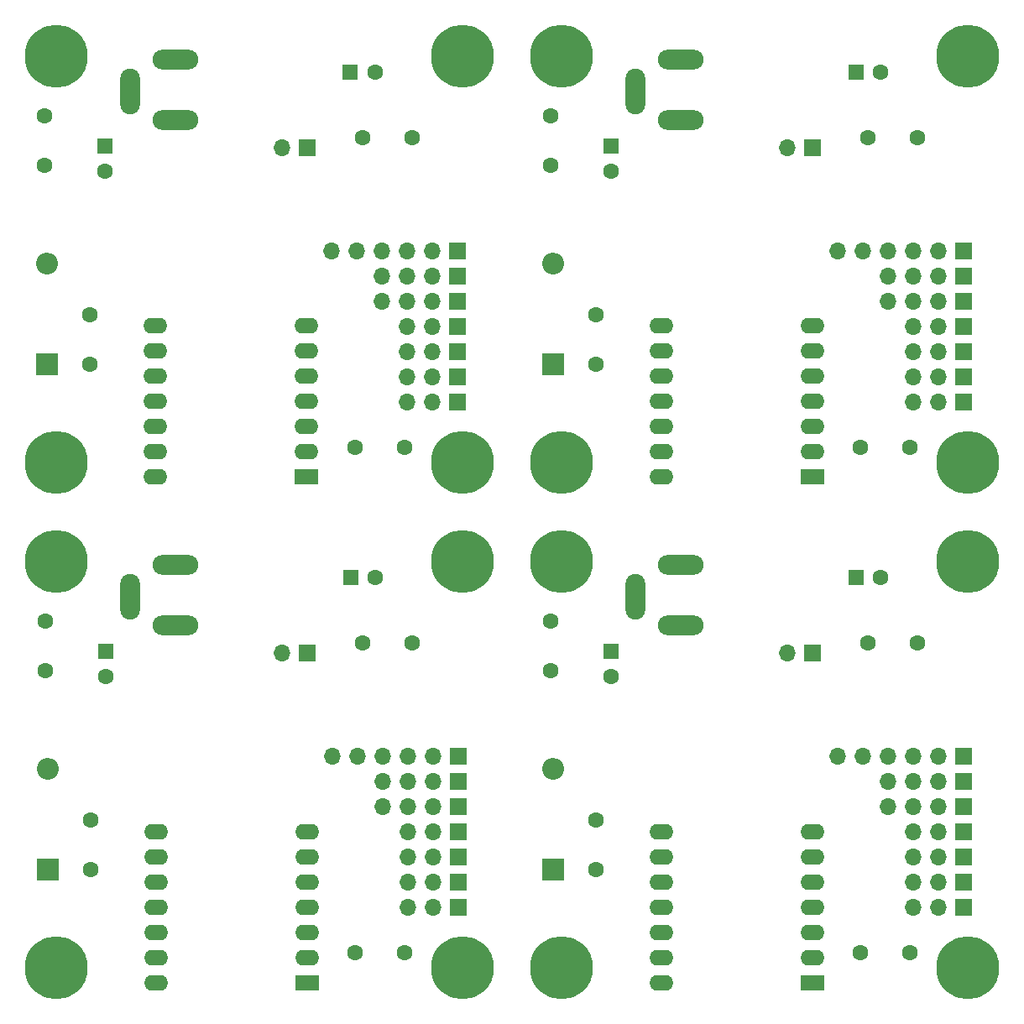
<source format=gbs>
%MOIN*%
%OFA0B0*%
%FSLAX46Y46*%
%IPPOS*%
%LPD*%
%ADD10R,0.066929133858267723X0.066929133858267723*%
%ADD11O,0.066929133858267723X0.066929133858267723*%
%ADD12C,0.25*%
%ADD13C,0.062992125984251982*%
%ADD14R,0.062992125984251982X0.062992125984251982*%
%ADD15O,0.18110236220472439X0.07874015748031496*%
%ADD16O,0.07874015748031496X0.18110236220472439*%
%ADD17R,0.094488188976377951X0.062992125984251982*%
%ADD18O,0.094488188976377951X0.062992125984251982*%
%ADD19R,0.086614173228346469X0.086614173228346469*%
%ADD20O,0.086614173228346469X0.086614173228346469*%
%ADD31R,0.066929133858267723X0.066929133858267723*%
%ADD32O,0.066929133858267723X0.066929133858267723*%
%ADD33C,0.25*%
%ADD34C,0.062992125984251982*%
%ADD35R,0.062992125984251982X0.062992125984251982*%
%ADD36O,0.18110236220472439X0.07874015748031496*%
%ADD37O,0.07874015748031496X0.18110236220472439*%
%ADD38R,0.094488188976377951X0.062992125984251982*%
%ADD39O,0.094488188976377951X0.062992125984251982*%
%ADD40R,0.086614173228346469X0.086614173228346469*%
%ADD41O,0.086614173228346469X0.086614173228346469*%
%ADD42R,0.066929133858267723X0.066929133858267723*%
%ADD43O,0.066929133858267723X0.066929133858267723*%
%ADD44C,0.25*%
%ADD45C,0.062992125984251982*%
%ADD46R,0.062992125984251982X0.062992125984251982*%
%ADD47O,0.18110236220472439X0.07874015748031496*%
%ADD48O,0.07874015748031496X0.18110236220472439*%
%ADD49R,0.094488188976377951X0.062992125984251982*%
%ADD50O,0.094488188976377951X0.062992125984251982*%
%ADD51R,0.086614173228346469X0.086614173228346469*%
%ADD52O,0.086614173228346469X0.086614173228346469*%
%ADD53R,0.066929133858267723X0.066929133858267723*%
%ADD54O,0.066929133858267723X0.066929133858267723*%
%ADD55C,0.25*%
%ADD56C,0.062992125984251982*%
%ADD57R,0.062992125984251982X0.062992125984251982*%
%ADD58O,0.18110236220472439X0.07874015748031496*%
%ADD59O,0.07874015748031496X0.18110236220472439*%
%ADD60R,0.094488188976377951X0.062992125984251982*%
%ADD61O,0.094488188976377951X0.062992125984251982*%
%ADD62R,0.086614173228346469X0.086614173228346469*%
%ADD63O,0.086614173228346469X0.086614173228346469*%
G01*
D10*
X0000000999Y0001929133D02*
X0001754829Y0000597500D03*
D11*
X0001654829Y0000597500D03*
X0001554829Y0000597500D03*
D12*
X0000158480Y0001771653D03*
X0001772653Y0001771653D03*
X0001772653Y0000157480D03*
D10*
X0001754829Y0000397500D03*
D11*
X0001654829Y0000397500D03*
X0001554829Y0000397500D03*
D10*
X0001754239Y0000497500D03*
D11*
X0001654239Y0000497500D03*
X0001554239Y0000497500D03*
D13*
X0000294829Y0000549075D03*
X0000294829Y0000745925D03*
D12*
X0000158480Y0000157480D03*
D14*
X0000354829Y0001414051D03*
D13*
X0000354829Y0001315625D03*
D14*
X0001328279Y0001707500D03*
D13*
X0001426704Y0001707500D03*
D15*
X0000632782Y0001517976D03*
X0000632782Y0001758133D03*
D16*
X0000451680Y0001632149D03*
D10*
X0001754829Y0000997500D03*
D11*
X0001654829Y0000997500D03*
X0001554829Y0000997500D03*
X0001454829Y0000997500D03*
X0001354829Y0000997500D03*
X0001254829Y0000997500D03*
D13*
X0000114829Y0001535925D03*
X0000114829Y0001339075D03*
D10*
X0001754239Y0000697500D03*
D11*
X0001654239Y0000697500D03*
X0001554239Y0000697500D03*
D10*
X0001754436Y0000797500D03*
D11*
X0001654436Y0000797500D03*
X0001554436Y0000797500D03*
X0001454436Y0000797500D03*
D10*
X0001155026Y0001407500D03*
D11*
X0001055026Y0001407500D03*
D13*
X0001346404Y0000217500D03*
X0001543255Y0000217500D03*
D17*
X0001154829Y0000100500D03*
D18*
X0001154829Y0000200500D03*
X0001154829Y0000300500D03*
X0001154829Y0000400500D03*
X0001154829Y0000500500D03*
X0001154829Y0000600500D03*
X0001154829Y0000700500D03*
X0000554829Y0000700500D03*
X0000554829Y0000600500D03*
X0000554829Y0000500500D03*
X0000554829Y0000400500D03*
X0000554829Y0000300500D03*
X0000554829Y0000200500D03*
X0000554829Y0000100500D03*
D13*
X0001376404Y0001447500D03*
X0001573255Y0001447500D03*
D10*
X0001754829Y0000897500D03*
D11*
X0001654829Y0000897500D03*
X0001554829Y0000897500D03*
X0001454829Y0000897500D03*
D19*
X0000124829Y0000547500D03*
D20*
X0000124829Y0000947500D03*
G04 next file*
G04 Gerber Fmt 4.6, Leading zero omitted, Abs format (unit mm)*
G04 Created by KiCad (PCBNEW (6.0.1)) date 2022-06-02 15:28:00*
G01*
G04 APERTURE LIST*
G04 APERTURE END LIST*
D31*
X0000000000Y0003937007D02*
X0001753830Y0002605374D03*
D32*
X0001653830Y0002605374D03*
X0001553830Y0002605374D03*
D33*
X0000157480Y0003779527D03*
X0001771653Y0003779527D03*
X0001771653Y0002165354D03*
D31*
X0001753830Y0002405374D03*
D32*
X0001653830Y0002405374D03*
X0001553830Y0002405374D03*
D31*
X0001753239Y0002505374D03*
D32*
X0001653239Y0002505374D03*
X0001553239Y0002505374D03*
D34*
X0000293830Y0002556949D03*
X0000293830Y0002753799D03*
D33*
X0000157480Y0002165354D03*
D35*
X0000353830Y0003421925D03*
D34*
X0000353830Y0003323499D03*
D35*
X0001327279Y0003715374D03*
D34*
X0001425704Y0003715374D03*
D36*
X0000631782Y0003525850D03*
X0000631782Y0003766007D03*
D37*
X0000450680Y0003640023D03*
D31*
X0001753830Y0003005374D03*
D32*
X0001653830Y0003005374D03*
X0001553830Y0003005374D03*
X0001453830Y0003005374D03*
X0001353830Y0003005374D03*
X0001253830Y0003005374D03*
D34*
X0000113830Y0003543799D03*
X0000113830Y0003346949D03*
D31*
X0001753239Y0002705374D03*
D32*
X0001653239Y0002705374D03*
X0001553239Y0002705374D03*
D31*
X0001753436Y0002805374D03*
D32*
X0001653436Y0002805374D03*
X0001553436Y0002805374D03*
X0001453436Y0002805374D03*
D31*
X0001154026Y0003415374D03*
D32*
X0001054026Y0003415374D03*
D34*
X0001345404Y0002225374D03*
X0001542255Y0002225374D03*
D38*
X0001153830Y0002108374D03*
D39*
X0001153830Y0002208374D03*
X0001153830Y0002308374D03*
X0001153830Y0002408374D03*
X0001153830Y0002508374D03*
X0001153830Y0002608374D03*
X0001153830Y0002708374D03*
X0000553830Y0002708374D03*
X0000553830Y0002608374D03*
X0000553830Y0002508374D03*
X0000553830Y0002408374D03*
X0000553830Y0002308374D03*
X0000553830Y0002208374D03*
X0000553830Y0002108374D03*
D34*
X0001375404Y0003455374D03*
X0001572255Y0003455374D03*
D31*
X0001753830Y0002905374D03*
D32*
X0001653830Y0002905374D03*
X0001553830Y0002905374D03*
X0001453830Y0002905374D03*
D40*
X0000123830Y0002555374D03*
D41*
X0000123830Y0002955374D03*
G04 next file*
G04 Gerber Fmt 4.6, Leading zero omitted, Abs format (unit mm)*
G04 Created by KiCad (PCBNEW (6.0.1)) date 2022-06-02 15:28:00*
G01*
G04 APERTURE LIST*
G04 APERTURE END LIST*
D42*
X0002007874Y0003937007D02*
X0003761704Y0002605374D03*
D43*
X0003661704Y0002605374D03*
X0003561704Y0002605374D03*
D44*
X0002165354Y0003779527D03*
X0003779527Y0003779527D03*
X0003779527Y0002165354D03*
D42*
X0003761704Y0002405374D03*
D43*
X0003661704Y0002405374D03*
X0003561704Y0002405374D03*
D42*
X0003761113Y0002505374D03*
D43*
X0003661113Y0002505374D03*
X0003561113Y0002505374D03*
D45*
X0002301704Y0002556949D03*
X0002301704Y0002753799D03*
D44*
X0002165354Y0002165354D03*
D46*
X0002361704Y0003421925D03*
D45*
X0002361704Y0003323499D03*
D46*
X0003335153Y0003715374D03*
D45*
X0003433578Y0003715374D03*
D47*
X0002639656Y0003525850D03*
X0002639656Y0003766007D03*
D48*
X0002458554Y0003640023D03*
D42*
X0003761704Y0003005374D03*
D43*
X0003661704Y0003005374D03*
X0003561704Y0003005374D03*
X0003461703Y0003005374D03*
X0003361704Y0003005374D03*
X0003261704Y0003005374D03*
D45*
X0002121704Y0003543799D03*
X0002121704Y0003346949D03*
D42*
X0003761113Y0002705374D03*
D43*
X0003661113Y0002705374D03*
X0003561113Y0002705374D03*
D42*
X0003761310Y0002805374D03*
D43*
X0003661310Y0002805374D03*
X0003561310Y0002805374D03*
X0003461310Y0002805374D03*
D42*
X0003161900Y0003415374D03*
D43*
X0003061900Y0003415374D03*
D45*
X0003353278Y0002225374D03*
X0003550129Y0002225374D03*
D49*
X0003161704Y0002108374D03*
D50*
X0003161704Y0002208374D03*
X0003161704Y0002308374D03*
X0003161704Y0002408374D03*
X0003161704Y0002508374D03*
X0003161704Y0002608374D03*
X0003161704Y0002708374D03*
X0002561704Y0002708374D03*
X0002561704Y0002608374D03*
X0002561704Y0002508374D03*
X0002561704Y0002408374D03*
X0002561704Y0002308374D03*
X0002561704Y0002208374D03*
X0002561704Y0002108374D03*
D45*
X0003383278Y0003455374D03*
X0003580129Y0003455374D03*
D42*
X0003761704Y0002905374D03*
D43*
X0003661704Y0002905374D03*
X0003561704Y0002905374D03*
X0003461703Y0002905374D03*
D51*
X0002131704Y0002555374D03*
D52*
X0002131704Y0002955374D03*
G04 next file*
G04 Gerber Fmt 4.6, Leading zero omitted, Abs format (unit mm)*
G04 Created by KiCad (PCBNEW (6.0.1)) date 2022-06-02 15:28:00*
G01*
G04 APERTURE LIST*
G04 APERTURE END LIST*
D53*
X0002007874Y0001929133D02*
X0003761704Y0000597500D03*
D54*
X0003661704Y0000597500D03*
X0003561704Y0000597500D03*
D55*
X0002165354Y0001771653D03*
X0003779527Y0001771653D03*
X0003779527Y0000157480D03*
D53*
X0003761704Y0000397500D03*
D54*
X0003661704Y0000397500D03*
X0003561704Y0000397500D03*
D53*
X0003761113Y0000497500D03*
D54*
X0003661113Y0000497500D03*
X0003561113Y0000497500D03*
D56*
X0002301704Y0000549075D03*
X0002301704Y0000745925D03*
D55*
X0002165354Y0000157480D03*
D57*
X0002361704Y0001414051D03*
D56*
X0002361704Y0001315625D03*
D57*
X0003335153Y0001707500D03*
D56*
X0003433578Y0001707500D03*
D58*
X0002639656Y0001517976D03*
X0002639656Y0001758133D03*
D59*
X0002458554Y0001632149D03*
D53*
X0003761704Y0000997500D03*
D54*
X0003661704Y0000997500D03*
X0003561704Y0000997500D03*
X0003461703Y0000997500D03*
X0003361704Y0000997500D03*
X0003261704Y0000997500D03*
D56*
X0002121704Y0001535925D03*
X0002121704Y0001339075D03*
D53*
X0003761113Y0000697500D03*
D54*
X0003661113Y0000697500D03*
X0003561113Y0000697500D03*
D53*
X0003761310Y0000797500D03*
D54*
X0003661310Y0000797500D03*
X0003561310Y0000797500D03*
X0003461310Y0000797500D03*
D53*
X0003161900Y0001407500D03*
D54*
X0003061900Y0001407500D03*
D56*
X0003353278Y0000217500D03*
X0003550129Y0000217500D03*
D60*
X0003161704Y0000100500D03*
D61*
X0003161704Y0000200500D03*
X0003161704Y0000300500D03*
X0003161704Y0000400500D03*
X0003161704Y0000500500D03*
X0003161704Y0000600500D03*
X0003161704Y0000700500D03*
X0002561704Y0000700500D03*
X0002561704Y0000600500D03*
X0002561704Y0000500500D03*
X0002561704Y0000400500D03*
X0002561704Y0000300500D03*
X0002561704Y0000200500D03*
X0002561704Y0000100500D03*
D56*
X0003383278Y0001447500D03*
X0003580129Y0001447500D03*
D53*
X0003761704Y0000897500D03*
D54*
X0003661704Y0000897500D03*
X0003561704Y0000897500D03*
X0003461703Y0000897500D03*
D62*
X0002131704Y0000547500D03*
D63*
X0002131704Y0000947500D03*
M02*
</source>
